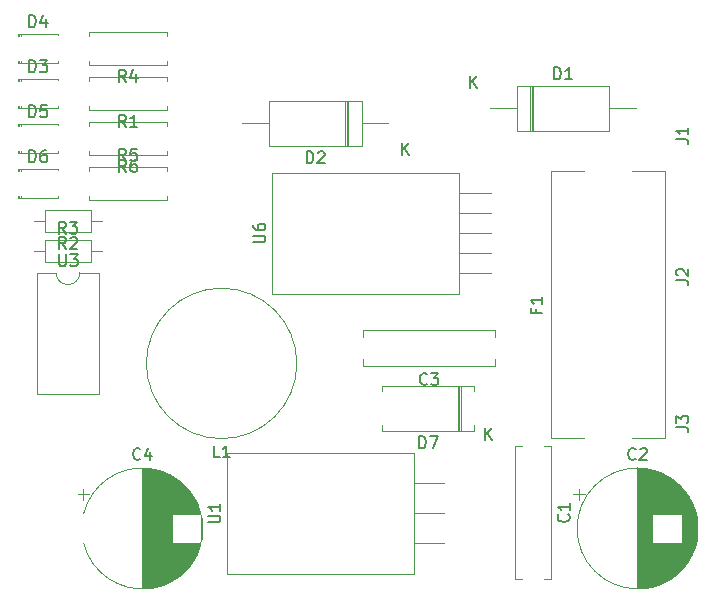
<source format=gbr>
G04 #@! TF.GenerationSoftware,KiCad,Pcbnew,5.1.5+dfsg1-2build2*
G04 #@! TF.CreationDate,2020-11-02T20:18:05+01:00*
G04 #@! TF.ProjectId,power-supply,706f7765-722d-4737-9570-706c792e6b69,rev?*
G04 #@! TF.SameCoordinates,PX1dac6f8PY1760218*
G04 #@! TF.FileFunction,Legend,Top*
G04 #@! TF.FilePolarity,Positive*
%FSLAX46Y46*%
G04 Gerber Fmt 4.6, Leading zero omitted, Abs format (unit mm)*
G04 Created by KiCad (PCBNEW 5.1.5+dfsg1-2build2) date 2020-11-02 20:18:05*
%MOMM*%
%LPD*%
G04 APERTURE LIST*
%ADD10C,0.120000*%
%ADD11C,0.150000*%
G04 APERTURE END LIST*
D10*
X3370000Y-2550000D02*
X6790000Y-2550000D01*
X3370000Y-5070000D02*
X6790000Y-5070000D01*
X3370000Y-2550000D02*
X3370000Y-2730000D01*
X3370000Y-4890000D02*
X3370000Y-5070000D01*
X6790000Y-2550000D02*
X6790000Y-2715000D01*
X6790000Y-4905000D02*
X6790000Y-5070000D01*
X3490000Y-2550000D02*
X3490000Y-2730000D01*
X3490000Y-4890000D02*
X3490000Y-5070000D01*
X3610000Y-2550000D02*
X3610000Y-2730000D01*
X3610000Y-4890000D02*
X3610000Y-5070000D01*
X3370000Y-6360000D02*
X6790000Y-6360000D01*
X3370000Y-8880000D02*
X6790000Y-8880000D01*
X3370000Y-6360000D02*
X3370000Y-6540000D01*
X3370000Y-8700000D02*
X3370000Y-8880000D01*
X6790000Y-6360000D02*
X6790000Y-6525000D01*
X6790000Y-8715000D02*
X6790000Y-8880000D01*
X3490000Y-6360000D02*
X3490000Y-6540000D01*
X3490000Y-8700000D02*
X3490000Y-8880000D01*
X3610000Y-6360000D02*
X3610000Y-6540000D01*
X3610000Y-8700000D02*
X3610000Y-8880000D01*
X48510000Y-37480000D02*
X48510000Y-48720000D01*
X45470000Y-37480000D02*
X45470000Y-48720000D01*
X48510000Y-37480000D02*
X47915000Y-37480000D01*
X46065000Y-37480000D02*
X45470000Y-37480000D01*
X48510000Y-48720000D02*
X47915000Y-48720000D01*
X46065000Y-48720000D02*
X45470000Y-48720000D01*
X60960000Y-44450000D02*
G75*
G03X60960000Y-44450000I-5120000J0D01*
G01*
X55840000Y-39370000D02*
X55840000Y-49530000D01*
X55880000Y-39370000D02*
X55880000Y-49530000D01*
X55920000Y-39370000D02*
X55920000Y-49530000D01*
X55960000Y-39371000D02*
X55960000Y-49529000D01*
X56000000Y-39372000D02*
X56000000Y-49528000D01*
X56040000Y-39373000D02*
X56040000Y-49527000D01*
X56080000Y-39375000D02*
X56080000Y-49525000D01*
X56120000Y-39377000D02*
X56120000Y-49523000D01*
X56160000Y-39380000D02*
X56160000Y-49520000D01*
X56200000Y-39382000D02*
X56200000Y-49518000D01*
X56240000Y-39385000D02*
X56240000Y-49515000D01*
X56280000Y-39388000D02*
X56280000Y-49512000D01*
X56320000Y-39392000D02*
X56320000Y-49508000D01*
X56360000Y-39396000D02*
X56360000Y-49504000D01*
X56400000Y-39400000D02*
X56400000Y-49500000D01*
X56440000Y-39405000D02*
X56440000Y-49495000D01*
X56480000Y-39410000D02*
X56480000Y-49490000D01*
X56520000Y-39415000D02*
X56520000Y-49485000D01*
X56561000Y-39420000D02*
X56561000Y-49480000D01*
X56601000Y-39426000D02*
X56601000Y-49474000D01*
X56641000Y-39432000D02*
X56641000Y-49468000D01*
X56681000Y-39439000D02*
X56681000Y-49461000D01*
X56721000Y-39446000D02*
X56721000Y-49454000D01*
X56761000Y-39453000D02*
X56761000Y-49447000D01*
X56801000Y-39460000D02*
X56801000Y-49440000D01*
X56841000Y-39468000D02*
X56841000Y-49432000D01*
X56881000Y-39476000D02*
X56881000Y-49424000D01*
X56921000Y-39485000D02*
X56921000Y-49415000D01*
X56961000Y-39494000D02*
X56961000Y-49406000D01*
X57001000Y-39503000D02*
X57001000Y-49397000D01*
X57041000Y-39512000D02*
X57041000Y-49388000D01*
X57081000Y-39522000D02*
X57081000Y-49378000D01*
X57121000Y-39532000D02*
X57121000Y-43209000D01*
X57121000Y-45691000D02*
X57121000Y-49368000D01*
X57161000Y-39543000D02*
X57161000Y-43209000D01*
X57161000Y-45691000D02*
X57161000Y-49357000D01*
X57201000Y-39553000D02*
X57201000Y-43209000D01*
X57201000Y-45691000D02*
X57201000Y-49347000D01*
X57241000Y-39565000D02*
X57241000Y-43209000D01*
X57241000Y-45691000D02*
X57241000Y-49335000D01*
X57281000Y-39576000D02*
X57281000Y-43209000D01*
X57281000Y-45691000D02*
X57281000Y-49324000D01*
X57321000Y-39588000D02*
X57321000Y-43209000D01*
X57321000Y-45691000D02*
X57321000Y-49312000D01*
X57361000Y-39600000D02*
X57361000Y-43209000D01*
X57361000Y-45691000D02*
X57361000Y-49300000D01*
X57401000Y-39613000D02*
X57401000Y-43209000D01*
X57401000Y-45691000D02*
X57401000Y-49287000D01*
X57441000Y-39626000D02*
X57441000Y-43209000D01*
X57441000Y-45691000D02*
X57441000Y-49274000D01*
X57481000Y-39639000D02*
X57481000Y-43209000D01*
X57481000Y-45691000D02*
X57481000Y-49261000D01*
X57521000Y-39653000D02*
X57521000Y-43209000D01*
X57521000Y-45691000D02*
X57521000Y-49247000D01*
X57561000Y-39667000D02*
X57561000Y-43209000D01*
X57561000Y-45691000D02*
X57561000Y-49233000D01*
X57601000Y-39682000D02*
X57601000Y-43209000D01*
X57601000Y-45691000D02*
X57601000Y-49218000D01*
X57641000Y-39696000D02*
X57641000Y-43209000D01*
X57641000Y-45691000D02*
X57641000Y-49204000D01*
X57681000Y-39712000D02*
X57681000Y-43209000D01*
X57681000Y-45691000D02*
X57681000Y-49188000D01*
X57721000Y-39727000D02*
X57721000Y-43209000D01*
X57721000Y-45691000D02*
X57721000Y-49173000D01*
X57761000Y-39743000D02*
X57761000Y-43209000D01*
X57761000Y-45691000D02*
X57761000Y-49157000D01*
X57801000Y-39760000D02*
X57801000Y-43209000D01*
X57801000Y-45691000D02*
X57801000Y-49140000D01*
X57841000Y-39776000D02*
X57841000Y-43209000D01*
X57841000Y-45691000D02*
X57841000Y-49124000D01*
X57881000Y-39793000D02*
X57881000Y-43209000D01*
X57881000Y-45691000D02*
X57881000Y-49107000D01*
X57921000Y-39811000D02*
X57921000Y-43209000D01*
X57921000Y-45691000D02*
X57921000Y-49089000D01*
X57961000Y-39829000D02*
X57961000Y-43209000D01*
X57961000Y-45691000D02*
X57961000Y-49071000D01*
X58001000Y-39847000D02*
X58001000Y-43209000D01*
X58001000Y-45691000D02*
X58001000Y-49053000D01*
X58041000Y-39866000D02*
X58041000Y-43209000D01*
X58041000Y-45691000D02*
X58041000Y-49034000D01*
X58081000Y-39886000D02*
X58081000Y-43209000D01*
X58081000Y-45691000D02*
X58081000Y-49014000D01*
X58121000Y-39905000D02*
X58121000Y-43209000D01*
X58121000Y-45691000D02*
X58121000Y-48995000D01*
X58161000Y-39925000D02*
X58161000Y-43209000D01*
X58161000Y-45691000D02*
X58161000Y-48975000D01*
X58201000Y-39946000D02*
X58201000Y-43209000D01*
X58201000Y-45691000D02*
X58201000Y-48954000D01*
X58241000Y-39967000D02*
X58241000Y-43209000D01*
X58241000Y-45691000D02*
X58241000Y-48933000D01*
X58281000Y-39988000D02*
X58281000Y-43209000D01*
X58281000Y-45691000D02*
X58281000Y-48912000D01*
X58321000Y-40010000D02*
X58321000Y-43209000D01*
X58321000Y-45691000D02*
X58321000Y-48890000D01*
X58361000Y-40033000D02*
X58361000Y-43209000D01*
X58361000Y-45691000D02*
X58361000Y-48867000D01*
X58401000Y-40055000D02*
X58401000Y-43209000D01*
X58401000Y-45691000D02*
X58401000Y-48845000D01*
X58441000Y-40079000D02*
X58441000Y-43209000D01*
X58441000Y-45691000D02*
X58441000Y-48821000D01*
X58481000Y-40103000D02*
X58481000Y-43209000D01*
X58481000Y-45691000D02*
X58481000Y-48797000D01*
X58521000Y-40127000D02*
X58521000Y-43209000D01*
X58521000Y-45691000D02*
X58521000Y-48773000D01*
X58561000Y-40152000D02*
X58561000Y-43209000D01*
X58561000Y-45691000D02*
X58561000Y-48748000D01*
X58601000Y-40177000D02*
X58601000Y-43209000D01*
X58601000Y-45691000D02*
X58601000Y-48723000D01*
X58641000Y-40203000D02*
X58641000Y-43209000D01*
X58641000Y-45691000D02*
X58641000Y-48697000D01*
X58681000Y-40229000D02*
X58681000Y-43209000D01*
X58681000Y-45691000D02*
X58681000Y-48671000D01*
X58721000Y-40256000D02*
X58721000Y-43209000D01*
X58721000Y-45691000D02*
X58721000Y-48644000D01*
X58761000Y-40284000D02*
X58761000Y-43209000D01*
X58761000Y-45691000D02*
X58761000Y-48616000D01*
X58801000Y-40312000D02*
X58801000Y-43209000D01*
X58801000Y-45691000D02*
X58801000Y-48588000D01*
X58841000Y-40340000D02*
X58841000Y-43209000D01*
X58841000Y-45691000D02*
X58841000Y-48560000D01*
X58881000Y-40370000D02*
X58881000Y-43209000D01*
X58881000Y-45691000D02*
X58881000Y-48530000D01*
X58921000Y-40400000D02*
X58921000Y-43209000D01*
X58921000Y-45691000D02*
X58921000Y-48500000D01*
X58961000Y-40430000D02*
X58961000Y-43209000D01*
X58961000Y-45691000D02*
X58961000Y-48470000D01*
X59001000Y-40461000D02*
X59001000Y-43209000D01*
X59001000Y-45691000D02*
X59001000Y-48439000D01*
X59041000Y-40493000D02*
X59041000Y-43209000D01*
X59041000Y-45691000D02*
X59041000Y-48407000D01*
X59081000Y-40525000D02*
X59081000Y-43209000D01*
X59081000Y-45691000D02*
X59081000Y-48375000D01*
X59121000Y-40558000D02*
X59121000Y-43209000D01*
X59121000Y-45691000D02*
X59121000Y-48342000D01*
X59161000Y-40592000D02*
X59161000Y-43209000D01*
X59161000Y-45691000D02*
X59161000Y-48308000D01*
X59201000Y-40626000D02*
X59201000Y-43209000D01*
X59201000Y-45691000D02*
X59201000Y-48274000D01*
X59241000Y-40661000D02*
X59241000Y-43209000D01*
X59241000Y-45691000D02*
X59241000Y-48239000D01*
X59281000Y-40697000D02*
X59281000Y-43209000D01*
X59281000Y-45691000D02*
X59281000Y-48203000D01*
X59321000Y-40734000D02*
X59321000Y-43209000D01*
X59321000Y-45691000D02*
X59321000Y-48166000D01*
X59361000Y-40771000D02*
X59361000Y-43209000D01*
X59361000Y-45691000D02*
X59361000Y-48129000D01*
X59401000Y-40810000D02*
X59401000Y-43209000D01*
X59401000Y-45691000D02*
X59401000Y-48090000D01*
X59441000Y-40849000D02*
X59441000Y-43209000D01*
X59441000Y-45691000D02*
X59441000Y-48051000D01*
X59481000Y-40889000D02*
X59481000Y-43209000D01*
X59481000Y-45691000D02*
X59481000Y-48011000D01*
X59521000Y-40930000D02*
X59521000Y-43209000D01*
X59521000Y-45691000D02*
X59521000Y-47970000D01*
X59561000Y-40972000D02*
X59561000Y-43209000D01*
X59561000Y-45691000D02*
X59561000Y-47928000D01*
X59601000Y-41014000D02*
X59601000Y-47886000D01*
X59641000Y-41058000D02*
X59641000Y-47842000D01*
X59681000Y-41103000D02*
X59681000Y-47797000D01*
X59721000Y-41149000D02*
X59721000Y-47751000D01*
X59761000Y-41196000D02*
X59761000Y-47704000D01*
X59801000Y-41244000D02*
X59801000Y-47656000D01*
X59841000Y-41294000D02*
X59841000Y-47606000D01*
X59881000Y-41344000D02*
X59881000Y-47556000D01*
X59921000Y-41396000D02*
X59921000Y-47504000D01*
X59961000Y-41450000D02*
X59961000Y-47450000D01*
X60001000Y-41505000D02*
X60001000Y-47395000D01*
X60041000Y-41561000D02*
X60041000Y-47339000D01*
X60081000Y-41620000D02*
X60081000Y-47280000D01*
X60121000Y-41680000D02*
X60121000Y-47220000D01*
X60161000Y-41741000D02*
X60161000Y-47159000D01*
X60201000Y-41805000D02*
X60201000Y-47095000D01*
X60241000Y-41871000D02*
X60241000Y-47029000D01*
X60281000Y-41940000D02*
X60281000Y-46960000D01*
X60321000Y-42011000D02*
X60321000Y-46889000D01*
X60361000Y-42085000D02*
X60361000Y-46815000D01*
X60401000Y-42161000D02*
X60401000Y-46739000D01*
X60441000Y-42241000D02*
X60441000Y-46659000D01*
X60481000Y-42325000D02*
X60481000Y-46575000D01*
X60521000Y-42413000D02*
X60521000Y-46487000D01*
X60561000Y-42506000D02*
X60561000Y-46394000D01*
X60601000Y-42604000D02*
X60601000Y-46296000D01*
X60641000Y-42708000D02*
X60641000Y-46192000D01*
X60681000Y-42820000D02*
X60681000Y-46080000D01*
X60721000Y-42940000D02*
X60721000Y-45960000D01*
X60761000Y-43072000D02*
X60761000Y-45828000D01*
X60801000Y-43220000D02*
X60801000Y-45680000D01*
X60841000Y-43388000D02*
X60841000Y-45512000D01*
X60881000Y-43588000D02*
X60881000Y-45312000D01*
X60921000Y-43851000D02*
X60921000Y-45049000D01*
X50360354Y-41575000D02*
X51360354Y-41575000D01*
X50860354Y-41075000D02*
X50860354Y-42075000D01*
X32560000Y-28285000D02*
X32560000Y-27690000D01*
X32560000Y-30730000D02*
X32560000Y-30135000D01*
X43800000Y-28285000D02*
X43800000Y-27690000D01*
X43800000Y-30730000D02*
X43800000Y-30135000D01*
X43800000Y-27690000D02*
X32560000Y-27690000D01*
X43800000Y-30730000D02*
X32560000Y-30730000D01*
X8947460Y-45710000D02*
G75*
G03X8947460Y-43190000I4962540J1260000D01*
G01*
X13910000Y-39370000D02*
X13910000Y-49530000D01*
X13950000Y-39370000D02*
X13950000Y-49530000D01*
X13990000Y-39370000D02*
X13990000Y-49530000D01*
X14030000Y-39371000D02*
X14030000Y-49529000D01*
X14070000Y-39372000D02*
X14070000Y-49528000D01*
X14110000Y-39373000D02*
X14110000Y-49527000D01*
X14150000Y-39375000D02*
X14150000Y-49525000D01*
X14190000Y-39377000D02*
X14190000Y-49523000D01*
X14230000Y-39380000D02*
X14230000Y-49520000D01*
X14270000Y-39382000D02*
X14270000Y-49518000D01*
X14310000Y-39385000D02*
X14310000Y-49515000D01*
X14350000Y-39388000D02*
X14350000Y-49512000D01*
X14390000Y-39392000D02*
X14390000Y-49508000D01*
X14430000Y-39396000D02*
X14430000Y-49504000D01*
X14470000Y-39400000D02*
X14470000Y-49500000D01*
X14510000Y-39405000D02*
X14510000Y-49495000D01*
X14550000Y-39410000D02*
X14550000Y-49490000D01*
X14590000Y-39415000D02*
X14590000Y-49485000D01*
X14631000Y-39420000D02*
X14631000Y-49480000D01*
X14671000Y-39426000D02*
X14671000Y-49474000D01*
X14711000Y-39432000D02*
X14711000Y-49468000D01*
X14751000Y-39439000D02*
X14751000Y-49461000D01*
X14791000Y-39446000D02*
X14791000Y-49454000D01*
X14831000Y-39453000D02*
X14831000Y-49447000D01*
X14871000Y-39460000D02*
X14871000Y-49440000D01*
X14911000Y-39468000D02*
X14911000Y-49432000D01*
X14951000Y-39476000D02*
X14951000Y-49424000D01*
X14991000Y-39485000D02*
X14991000Y-49415000D01*
X15031000Y-39494000D02*
X15031000Y-49406000D01*
X15071000Y-39503000D02*
X15071000Y-49397000D01*
X15111000Y-39512000D02*
X15111000Y-49388000D01*
X15151000Y-39522000D02*
X15151000Y-49378000D01*
X15191000Y-39532000D02*
X15191000Y-49368000D01*
X15231000Y-39543000D02*
X15231000Y-49357000D01*
X15271000Y-39553000D02*
X15271000Y-49347000D01*
X15311000Y-39565000D02*
X15311000Y-49335000D01*
X15351000Y-39576000D02*
X15351000Y-49324000D01*
X15391000Y-39588000D02*
X15391000Y-49312000D01*
X15431000Y-39600000D02*
X15431000Y-49300000D01*
X15471000Y-39613000D02*
X15471000Y-49287000D01*
X15511000Y-39626000D02*
X15511000Y-49274000D01*
X15551000Y-39639000D02*
X15551000Y-49261000D01*
X15591000Y-39653000D02*
X15591000Y-49247000D01*
X15631000Y-39667000D02*
X15631000Y-49233000D01*
X15671000Y-39682000D02*
X15671000Y-49218000D01*
X15711000Y-39696000D02*
X15711000Y-49204000D01*
X15751000Y-39712000D02*
X15751000Y-49188000D01*
X15791000Y-39727000D02*
X15791000Y-49173000D01*
X15831000Y-39743000D02*
X15831000Y-49157000D01*
X15871000Y-39760000D02*
X15871000Y-49140000D01*
X15911000Y-39776000D02*
X15911000Y-49124000D01*
X15951000Y-39793000D02*
X15951000Y-49107000D01*
X15991000Y-39811000D02*
X15991000Y-49089000D01*
X16031000Y-39829000D02*
X16031000Y-49071000D01*
X16071000Y-39847000D02*
X16071000Y-49053000D01*
X16111000Y-39866000D02*
X16111000Y-49034000D01*
X16151000Y-39886000D02*
X16151000Y-49014000D01*
X16191000Y-39905000D02*
X16191000Y-48995000D01*
X16231000Y-39925000D02*
X16231000Y-48975000D01*
X16271000Y-39946000D02*
X16271000Y-48954000D01*
X16311000Y-39967000D02*
X16311000Y-48933000D01*
X16351000Y-39988000D02*
X16351000Y-48912000D01*
X16391000Y-40010000D02*
X16391000Y-48890000D01*
X16431000Y-40033000D02*
X16431000Y-43209000D01*
X16431000Y-45691000D02*
X16431000Y-48867000D01*
X16471000Y-40055000D02*
X16471000Y-43209000D01*
X16471000Y-45691000D02*
X16471000Y-48845000D01*
X16511000Y-40079000D02*
X16511000Y-43209000D01*
X16511000Y-45691000D02*
X16511000Y-48821000D01*
X16551000Y-40103000D02*
X16551000Y-43209000D01*
X16551000Y-45691000D02*
X16551000Y-48797000D01*
X16591000Y-40127000D02*
X16591000Y-43209000D01*
X16591000Y-45691000D02*
X16591000Y-48773000D01*
X16631000Y-40152000D02*
X16631000Y-43209000D01*
X16631000Y-45691000D02*
X16631000Y-48748000D01*
X16671000Y-40177000D02*
X16671000Y-43209000D01*
X16671000Y-45691000D02*
X16671000Y-48723000D01*
X16711000Y-40203000D02*
X16711000Y-43209000D01*
X16711000Y-45691000D02*
X16711000Y-48697000D01*
X16751000Y-40229000D02*
X16751000Y-43209000D01*
X16751000Y-45691000D02*
X16751000Y-48671000D01*
X16791000Y-40256000D02*
X16791000Y-43209000D01*
X16791000Y-45691000D02*
X16791000Y-48644000D01*
X16831000Y-40284000D02*
X16831000Y-43209000D01*
X16831000Y-45691000D02*
X16831000Y-48616000D01*
X16871000Y-40312000D02*
X16871000Y-43209000D01*
X16871000Y-45691000D02*
X16871000Y-48588000D01*
X16911000Y-40340000D02*
X16911000Y-43209000D01*
X16911000Y-45691000D02*
X16911000Y-48560000D01*
X16951000Y-40370000D02*
X16951000Y-43209000D01*
X16951000Y-45691000D02*
X16951000Y-48530000D01*
X16991000Y-40400000D02*
X16991000Y-43209000D01*
X16991000Y-45691000D02*
X16991000Y-48500000D01*
X17031000Y-40430000D02*
X17031000Y-43209000D01*
X17031000Y-45691000D02*
X17031000Y-48470000D01*
X17071000Y-40461000D02*
X17071000Y-43209000D01*
X17071000Y-45691000D02*
X17071000Y-48439000D01*
X17111000Y-40493000D02*
X17111000Y-43209000D01*
X17111000Y-45691000D02*
X17111000Y-48407000D01*
X17151000Y-40525000D02*
X17151000Y-43209000D01*
X17151000Y-45691000D02*
X17151000Y-48375000D01*
X17191000Y-40558000D02*
X17191000Y-43209000D01*
X17191000Y-45691000D02*
X17191000Y-48342000D01*
X17231000Y-40592000D02*
X17231000Y-43209000D01*
X17231000Y-45691000D02*
X17231000Y-48308000D01*
X17271000Y-40626000D02*
X17271000Y-43209000D01*
X17271000Y-45691000D02*
X17271000Y-48274000D01*
X17311000Y-40661000D02*
X17311000Y-43209000D01*
X17311000Y-45691000D02*
X17311000Y-48239000D01*
X17351000Y-40697000D02*
X17351000Y-43209000D01*
X17351000Y-45691000D02*
X17351000Y-48203000D01*
X17391000Y-40734000D02*
X17391000Y-43209000D01*
X17391000Y-45691000D02*
X17391000Y-48166000D01*
X17431000Y-40771000D02*
X17431000Y-43209000D01*
X17431000Y-45691000D02*
X17431000Y-48129000D01*
X17471000Y-40810000D02*
X17471000Y-43209000D01*
X17471000Y-45691000D02*
X17471000Y-48090000D01*
X17511000Y-40849000D02*
X17511000Y-43209000D01*
X17511000Y-45691000D02*
X17511000Y-48051000D01*
X17551000Y-40889000D02*
X17551000Y-43209000D01*
X17551000Y-45691000D02*
X17551000Y-48011000D01*
X17591000Y-40930000D02*
X17591000Y-43209000D01*
X17591000Y-45691000D02*
X17591000Y-47970000D01*
X17631000Y-40972000D02*
X17631000Y-43209000D01*
X17631000Y-45691000D02*
X17631000Y-47928000D01*
X17671000Y-41014000D02*
X17671000Y-43209000D01*
X17671000Y-45691000D02*
X17671000Y-47886000D01*
X17711000Y-41058000D02*
X17711000Y-43209000D01*
X17711000Y-45691000D02*
X17711000Y-47842000D01*
X17751000Y-41103000D02*
X17751000Y-43209000D01*
X17751000Y-45691000D02*
X17751000Y-47797000D01*
X17791000Y-41149000D02*
X17791000Y-43209000D01*
X17791000Y-45691000D02*
X17791000Y-47751000D01*
X17831000Y-41196000D02*
X17831000Y-43209000D01*
X17831000Y-45691000D02*
X17831000Y-47704000D01*
X17871000Y-41244000D02*
X17871000Y-43209000D01*
X17871000Y-45691000D02*
X17871000Y-47656000D01*
X17911000Y-41294000D02*
X17911000Y-43209000D01*
X17911000Y-45691000D02*
X17911000Y-47606000D01*
X17951000Y-41344000D02*
X17951000Y-43209000D01*
X17951000Y-45691000D02*
X17951000Y-47556000D01*
X17991000Y-41396000D02*
X17991000Y-43209000D01*
X17991000Y-45691000D02*
X17991000Y-47504000D01*
X18031000Y-41450000D02*
X18031000Y-43209000D01*
X18031000Y-45691000D02*
X18031000Y-47450000D01*
X18071000Y-41505000D02*
X18071000Y-43209000D01*
X18071000Y-45691000D02*
X18071000Y-47395000D01*
X18111000Y-41561000D02*
X18111000Y-43209000D01*
X18111000Y-45691000D02*
X18111000Y-47339000D01*
X18151000Y-41620000D02*
X18151000Y-43209000D01*
X18151000Y-45691000D02*
X18151000Y-47280000D01*
X18191000Y-41680000D02*
X18191000Y-43209000D01*
X18191000Y-45691000D02*
X18191000Y-47220000D01*
X18231000Y-41741000D02*
X18231000Y-43209000D01*
X18231000Y-45691000D02*
X18231000Y-47159000D01*
X18271000Y-41805000D02*
X18271000Y-43209000D01*
X18271000Y-45691000D02*
X18271000Y-47095000D01*
X18311000Y-41871000D02*
X18311000Y-43209000D01*
X18311000Y-45691000D02*
X18311000Y-47029000D01*
X18351000Y-41940000D02*
X18351000Y-43209000D01*
X18351000Y-45691000D02*
X18351000Y-46960000D01*
X18391000Y-42011000D02*
X18391000Y-43209000D01*
X18391000Y-45691000D02*
X18391000Y-46889000D01*
X18431000Y-42085000D02*
X18431000Y-43209000D01*
X18431000Y-45691000D02*
X18431000Y-46815000D01*
X18471000Y-42161000D02*
X18471000Y-43209000D01*
X18471000Y-45691000D02*
X18471000Y-46739000D01*
X18511000Y-42241000D02*
X18511000Y-43209000D01*
X18511000Y-45691000D02*
X18511000Y-46659000D01*
X18551000Y-42325000D02*
X18551000Y-43209000D01*
X18551000Y-45691000D02*
X18551000Y-46575000D01*
X18591000Y-42413000D02*
X18591000Y-43209000D01*
X18591000Y-45691000D02*
X18591000Y-46487000D01*
X18631000Y-42506000D02*
X18631000Y-43209000D01*
X18631000Y-45691000D02*
X18631000Y-46394000D01*
X18671000Y-42604000D02*
X18671000Y-43209000D01*
X18671000Y-45691000D02*
X18671000Y-46296000D01*
X18711000Y-42708000D02*
X18711000Y-43209000D01*
X18711000Y-45691000D02*
X18711000Y-46192000D01*
X18751000Y-42820000D02*
X18751000Y-43209000D01*
X18751000Y-45691000D02*
X18751000Y-46080000D01*
X18791000Y-42940000D02*
X18791000Y-43209000D01*
X18791000Y-45691000D02*
X18791000Y-45960000D01*
X18831000Y-43072000D02*
X18831000Y-43209000D01*
X18831000Y-45691000D02*
X18831000Y-45828000D01*
X18911000Y-43388000D02*
X18911000Y-45512000D01*
X18951000Y-43588000D02*
X18951000Y-45312000D01*
X18991000Y-43851000D02*
X18991000Y-45049000D01*
X8430354Y-41575000D02*
X9430354Y-41575000D01*
X8930354Y-41075000D02*
X8930354Y-42075000D01*
X46750000Y-6970000D02*
X46750000Y-10810000D01*
X46990000Y-6970000D02*
X46990000Y-10810000D01*
X46870000Y-6970000D02*
X46870000Y-10810000D01*
X55710000Y-8890000D02*
X53450000Y-8890000D01*
X43350000Y-8890000D02*
X45610000Y-8890000D01*
X53450000Y-6970000D02*
X45610000Y-6970000D01*
X53450000Y-10810000D02*
X53450000Y-6970000D01*
X45610000Y-10810000D02*
X53450000Y-10810000D01*
X45610000Y-6970000D02*
X45610000Y-10810000D01*
X32495000Y-12080000D02*
X32495000Y-8240000D01*
X32495000Y-8240000D02*
X24655000Y-8240000D01*
X24655000Y-8240000D02*
X24655000Y-12080000D01*
X24655000Y-12080000D02*
X32495000Y-12080000D01*
X34755000Y-10160000D02*
X32495000Y-10160000D01*
X22395000Y-10160000D02*
X24655000Y-10160000D01*
X31235000Y-12080000D02*
X31235000Y-8240000D01*
X31115000Y-12080000D02*
X31115000Y-8240000D01*
X31355000Y-12080000D02*
X31355000Y-8240000D01*
X3610000Y-12510000D02*
X3610000Y-12690000D01*
X3610000Y-10170000D02*
X3610000Y-10350000D01*
X3490000Y-12510000D02*
X3490000Y-12690000D01*
X3490000Y-10170000D02*
X3490000Y-10350000D01*
X6790000Y-12525000D02*
X6790000Y-12690000D01*
X6790000Y-10170000D02*
X6790000Y-10335000D01*
X3370000Y-12510000D02*
X3370000Y-12690000D01*
X3370000Y-10170000D02*
X3370000Y-10350000D01*
X3370000Y-12690000D02*
X6790000Y-12690000D01*
X3370000Y-10170000D02*
X6790000Y-10170000D01*
X3610000Y-16320000D02*
X3610000Y-16500000D01*
X3610000Y-13980000D02*
X3610000Y-14160000D01*
X3490000Y-16320000D02*
X3490000Y-16500000D01*
X3490000Y-13980000D02*
X3490000Y-14160000D01*
X6790000Y-16335000D02*
X6790000Y-16500000D01*
X6790000Y-13980000D02*
X6790000Y-14145000D01*
X3370000Y-16320000D02*
X3370000Y-16500000D01*
X3370000Y-13980000D02*
X3370000Y-14160000D01*
X3370000Y-16500000D02*
X6790000Y-16500000D01*
X3370000Y-13980000D02*
X6790000Y-13980000D01*
X42020000Y-35730000D02*
X42020000Y-36210000D01*
X42020000Y-36210000D02*
X34180000Y-36210000D01*
X34180000Y-36210000D02*
X34180000Y-35730000D01*
X42020000Y-32850000D02*
X42020000Y-32370000D01*
X42020000Y-32370000D02*
X34180000Y-32370000D01*
X34180000Y-32370000D02*
X34180000Y-32850000D01*
X40760000Y-36210000D02*
X40760000Y-32370000D01*
X40640000Y-36210000D02*
X40640000Y-32370000D01*
X40880000Y-36210000D02*
X40880000Y-32370000D01*
X58140000Y-14230000D02*
X55340000Y-14230000D01*
X51340000Y-14230000D02*
X48540000Y-14230000D01*
X51340000Y-36830000D02*
X48540000Y-36830000D01*
X48540000Y-36830000D02*
X48540000Y-14230000D01*
X58140000Y-36830000D02*
X58140000Y-14230000D01*
X58140000Y-36830000D02*
X55340000Y-36830000D01*
X27000000Y-30480000D02*
G75*
G03X27000000Y-30480000I-6370000J0D01*
G01*
X8620000Y-22800000D02*
G75*
G02X6620000Y-22800000I-1000000J0D01*
G01*
X6620000Y-22800000D02*
X4970000Y-22800000D01*
X4970000Y-22800000D02*
X4970000Y-33080000D01*
X4970000Y-33080000D02*
X10270000Y-33080000D01*
X10270000Y-33080000D02*
X10270000Y-22800000D01*
X10270000Y-22800000D02*
X8620000Y-22800000D01*
X36950000Y-48300000D02*
X36950000Y-38060000D01*
X21060000Y-48300000D02*
X21060000Y-38060000D01*
X21060000Y-48300000D02*
X36950000Y-48300000D01*
X21060000Y-38060000D02*
X36950000Y-38060000D01*
X36950000Y-45720000D02*
X39490000Y-45720000D01*
X36950000Y-43180000D02*
X39490000Y-43180000D01*
X36950000Y-40640000D02*
X39490000Y-40640000D01*
X40760000Y-24581000D02*
X40760000Y-14340000D01*
X24870000Y-24581000D02*
X24870000Y-14340000D01*
X24870000Y-24581000D02*
X40760000Y-24581000D01*
X24870000Y-14340000D02*
X40760000Y-14340000D01*
X40760000Y-22860000D02*
X43400000Y-22860000D01*
X40760000Y-21160000D02*
X43400000Y-21160000D01*
X40760000Y-19460000D02*
X43400000Y-19460000D01*
X40760000Y-17760000D02*
X43400000Y-17760000D01*
X40760000Y-16060000D02*
X43400000Y-16060000D01*
X9430000Y-6250000D02*
X9430000Y-6580000D01*
X15970000Y-6250000D02*
X9430000Y-6250000D01*
X15970000Y-6580000D02*
X15970000Y-6250000D01*
X9430000Y-8990000D02*
X9430000Y-8660000D01*
X15970000Y-8990000D02*
X9430000Y-8990000D01*
X15970000Y-8660000D02*
X15970000Y-8990000D01*
X9430000Y-2440000D02*
X9430000Y-2770000D01*
X15970000Y-2440000D02*
X9430000Y-2440000D01*
X15970000Y-2770000D02*
X15970000Y-2440000D01*
X9430000Y-5180000D02*
X9430000Y-4850000D01*
X15970000Y-5180000D02*
X9430000Y-5180000D01*
X15970000Y-4850000D02*
X15970000Y-5180000D01*
X9430000Y-14200000D02*
X9430000Y-13870000D01*
X9430000Y-13870000D02*
X15970000Y-13870000D01*
X15970000Y-13870000D02*
X15970000Y-14200000D01*
X9430000Y-16280000D02*
X9430000Y-16610000D01*
X9430000Y-16610000D02*
X15970000Y-16610000D01*
X15970000Y-16610000D02*
X15970000Y-16280000D01*
X15970000Y-12470000D02*
X15970000Y-12800000D01*
X15970000Y-12800000D02*
X9430000Y-12800000D01*
X9430000Y-12800000D02*
X9430000Y-12470000D01*
X15970000Y-10390000D02*
X15970000Y-10060000D01*
X15970000Y-10060000D02*
X9430000Y-10060000D01*
X9430000Y-10060000D02*
X9430000Y-10390000D01*
X4750000Y-18415000D02*
X5700000Y-18415000D01*
X10490000Y-18415000D02*
X9540000Y-18415000D01*
X5700000Y-19335000D02*
X9540000Y-19335000D01*
X5700000Y-17495000D02*
X5700000Y-19335000D01*
X9540000Y-17495000D02*
X5700000Y-17495000D01*
X9540000Y-19335000D02*
X9540000Y-17495000D01*
X5700000Y-20035000D02*
X5700000Y-21875000D01*
X5700000Y-21875000D02*
X9540000Y-21875000D01*
X9540000Y-21875000D02*
X9540000Y-20035000D01*
X9540000Y-20035000D02*
X5700000Y-20035000D01*
X4750000Y-20955000D02*
X5700000Y-20955000D01*
X10490000Y-20955000D02*
X9540000Y-20955000D01*
D11*
X4341904Y-2002380D02*
X4341904Y-1002380D01*
X4580000Y-1002380D01*
X4722857Y-1050000D01*
X4818095Y-1145238D01*
X4865714Y-1240476D01*
X4913333Y-1430952D01*
X4913333Y-1573809D01*
X4865714Y-1764285D01*
X4818095Y-1859523D01*
X4722857Y-1954761D01*
X4580000Y-2002380D01*
X4341904Y-2002380D01*
X5770476Y-1335714D02*
X5770476Y-2002380D01*
X5532380Y-954761D02*
X5294285Y-1669047D01*
X5913333Y-1669047D01*
X4341904Y-5812380D02*
X4341904Y-4812380D01*
X4580000Y-4812380D01*
X4722857Y-4860000D01*
X4818095Y-4955238D01*
X4865714Y-5050476D01*
X4913333Y-5240952D01*
X4913333Y-5383809D01*
X4865714Y-5574285D01*
X4818095Y-5669523D01*
X4722857Y-5764761D01*
X4580000Y-5812380D01*
X4341904Y-5812380D01*
X5246666Y-4812380D02*
X5865714Y-4812380D01*
X5532380Y-5193333D01*
X5675238Y-5193333D01*
X5770476Y-5240952D01*
X5818095Y-5288571D01*
X5865714Y-5383809D01*
X5865714Y-5621904D01*
X5818095Y-5717142D01*
X5770476Y-5764761D01*
X5675238Y-5812380D01*
X5389523Y-5812380D01*
X5294285Y-5764761D01*
X5246666Y-5717142D01*
X49997142Y-43266666D02*
X50044761Y-43314285D01*
X50092380Y-43457142D01*
X50092380Y-43552380D01*
X50044761Y-43695238D01*
X49949523Y-43790476D01*
X49854285Y-43838095D01*
X49663809Y-43885714D01*
X49520952Y-43885714D01*
X49330476Y-43838095D01*
X49235238Y-43790476D01*
X49140000Y-43695238D01*
X49092380Y-43552380D01*
X49092380Y-43457142D01*
X49140000Y-43314285D01*
X49187619Y-43266666D01*
X50092380Y-42314285D02*
X50092380Y-42885714D01*
X50092380Y-42600000D02*
X49092380Y-42600000D01*
X49235238Y-42695238D01*
X49330476Y-42790476D01*
X49378095Y-42885714D01*
X55673333Y-38557142D02*
X55625714Y-38604761D01*
X55482857Y-38652380D01*
X55387619Y-38652380D01*
X55244761Y-38604761D01*
X55149523Y-38509523D01*
X55101904Y-38414285D01*
X55054285Y-38223809D01*
X55054285Y-38080952D01*
X55101904Y-37890476D01*
X55149523Y-37795238D01*
X55244761Y-37700000D01*
X55387619Y-37652380D01*
X55482857Y-37652380D01*
X55625714Y-37700000D01*
X55673333Y-37747619D01*
X56054285Y-37747619D02*
X56101904Y-37700000D01*
X56197142Y-37652380D01*
X56435238Y-37652380D01*
X56530476Y-37700000D01*
X56578095Y-37747619D01*
X56625714Y-37842857D01*
X56625714Y-37938095D01*
X56578095Y-38080952D01*
X56006666Y-38652380D01*
X56625714Y-38652380D01*
X38013333Y-32217142D02*
X37965714Y-32264761D01*
X37822857Y-32312380D01*
X37727619Y-32312380D01*
X37584761Y-32264761D01*
X37489523Y-32169523D01*
X37441904Y-32074285D01*
X37394285Y-31883809D01*
X37394285Y-31740952D01*
X37441904Y-31550476D01*
X37489523Y-31455238D01*
X37584761Y-31360000D01*
X37727619Y-31312380D01*
X37822857Y-31312380D01*
X37965714Y-31360000D01*
X38013333Y-31407619D01*
X38346666Y-31312380D02*
X38965714Y-31312380D01*
X38632380Y-31693333D01*
X38775238Y-31693333D01*
X38870476Y-31740952D01*
X38918095Y-31788571D01*
X38965714Y-31883809D01*
X38965714Y-32121904D01*
X38918095Y-32217142D01*
X38870476Y-32264761D01*
X38775238Y-32312380D01*
X38489523Y-32312380D01*
X38394285Y-32264761D01*
X38346666Y-32217142D01*
X13743333Y-38557142D02*
X13695714Y-38604761D01*
X13552857Y-38652380D01*
X13457619Y-38652380D01*
X13314761Y-38604761D01*
X13219523Y-38509523D01*
X13171904Y-38414285D01*
X13124285Y-38223809D01*
X13124285Y-38080952D01*
X13171904Y-37890476D01*
X13219523Y-37795238D01*
X13314761Y-37700000D01*
X13457619Y-37652380D01*
X13552857Y-37652380D01*
X13695714Y-37700000D01*
X13743333Y-37747619D01*
X14600476Y-37985714D02*
X14600476Y-38652380D01*
X14362380Y-37604761D02*
X14124285Y-38319047D01*
X14743333Y-38319047D01*
X48791904Y-6422380D02*
X48791904Y-5422380D01*
X49030000Y-5422380D01*
X49172857Y-5470000D01*
X49268095Y-5565238D01*
X49315714Y-5660476D01*
X49363333Y-5850952D01*
X49363333Y-5993809D01*
X49315714Y-6184285D01*
X49268095Y-6279523D01*
X49172857Y-6374761D01*
X49030000Y-6422380D01*
X48791904Y-6422380D01*
X50315714Y-6422380D02*
X49744285Y-6422380D01*
X50030000Y-6422380D02*
X50030000Y-5422380D01*
X49934761Y-5565238D01*
X49839523Y-5660476D01*
X49744285Y-5708095D01*
X41648095Y-7142380D02*
X41648095Y-6142380D01*
X42219523Y-7142380D02*
X41790952Y-6570952D01*
X42219523Y-6142380D02*
X41648095Y-6713809D01*
X27836904Y-13532380D02*
X27836904Y-12532380D01*
X28075000Y-12532380D01*
X28217857Y-12580000D01*
X28313095Y-12675238D01*
X28360714Y-12770476D01*
X28408333Y-12960952D01*
X28408333Y-13103809D01*
X28360714Y-13294285D01*
X28313095Y-13389523D01*
X28217857Y-13484761D01*
X28075000Y-13532380D01*
X27836904Y-13532380D01*
X28789285Y-12627619D02*
X28836904Y-12580000D01*
X28932142Y-12532380D01*
X29170238Y-12532380D01*
X29265476Y-12580000D01*
X29313095Y-12627619D01*
X29360714Y-12722857D01*
X29360714Y-12818095D01*
X29313095Y-12960952D01*
X28741666Y-13532380D01*
X29360714Y-13532380D01*
X35933095Y-12812380D02*
X35933095Y-11812380D01*
X36504523Y-12812380D02*
X36075952Y-12240952D01*
X36504523Y-11812380D02*
X35933095Y-12383809D01*
X4341904Y-9622380D02*
X4341904Y-8622380D01*
X4580000Y-8622380D01*
X4722857Y-8670000D01*
X4818095Y-8765238D01*
X4865714Y-8860476D01*
X4913333Y-9050952D01*
X4913333Y-9193809D01*
X4865714Y-9384285D01*
X4818095Y-9479523D01*
X4722857Y-9574761D01*
X4580000Y-9622380D01*
X4341904Y-9622380D01*
X5818095Y-8622380D02*
X5341904Y-8622380D01*
X5294285Y-9098571D01*
X5341904Y-9050952D01*
X5437142Y-9003333D01*
X5675238Y-9003333D01*
X5770476Y-9050952D01*
X5818095Y-9098571D01*
X5865714Y-9193809D01*
X5865714Y-9431904D01*
X5818095Y-9527142D01*
X5770476Y-9574761D01*
X5675238Y-9622380D01*
X5437142Y-9622380D01*
X5341904Y-9574761D01*
X5294285Y-9527142D01*
X4341904Y-13432380D02*
X4341904Y-12432380D01*
X4580000Y-12432380D01*
X4722857Y-12480000D01*
X4818095Y-12575238D01*
X4865714Y-12670476D01*
X4913333Y-12860952D01*
X4913333Y-13003809D01*
X4865714Y-13194285D01*
X4818095Y-13289523D01*
X4722857Y-13384761D01*
X4580000Y-13432380D01*
X4341904Y-13432380D01*
X5770476Y-12432380D02*
X5580000Y-12432380D01*
X5484761Y-12480000D01*
X5437142Y-12527619D01*
X5341904Y-12670476D01*
X5294285Y-12860952D01*
X5294285Y-13241904D01*
X5341904Y-13337142D01*
X5389523Y-13384761D01*
X5484761Y-13432380D01*
X5675238Y-13432380D01*
X5770476Y-13384761D01*
X5818095Y-13337142D01*
X5865714Y-13241904D01*
X5865714Y-13003809D01*
X5818095Y-12908571D01*
X5770476Y-12860952D01*
X5675238Y-12813333D01*
X5484761Y-12813333D01*
X5389523Y-12860952D01*
X5341904Y-12908571D01*
X5294285Y-13003809D01*
X37361904Y-37662380D02*
X37361904Y-36662380D01*
X37600000Y-36662380D01*
X37742857Y-36710000D01*
X37838095Y-36805238D01*
X37885714Y-36900476D01*
X37933333Y-37090952D01*
X37933333Y-37233809D01*
X37885714Y-37424285D01*
X37838095Y-37519523D01*
X37742857Y-37614761D01*
X37600000Y-37662380D01*
X37361904Y-37662380D01*
X38266666Y-36662380D02*
X38933333Y-36662380D01*
X38504761Y-37662380D01*
X42918095Y-36942380D02*
X42918095Y-35942380D01*
X43489523Y-36942380D02*
X43060952Y-36370952D01*
X43489523Y-35942380D02*
X42918095Y-36513809D01*
X47268571Y-25913333D02*
X47268571Y-26246666D01*
X47792380Y-26246666D02*
X46792380Y-26246666D01*
X46792380Y-25770476D01*
X47792380Y-24865714D02*
X47792380Y-25437142D01*
X47792380Y-25151428D02*
X46792380Y-25151428D01*
X46935238Y-25246666D01*
X47030476Y-25341904D01*
X47078095Y-25437142D01*
X59142380Y-11509333D02*
X59856666Y-11509333D01*
X59999523Y-11556952D01*
X60094761Y-11652190D01*
X60142380Y-11795047D01*
X60142380Y-11890285D01*
X60142380Y-10509333D02*
X60142380Y-11080761D01*
X60142380Y-10795047D02*
X59142380Y-10795047D01*
X59285238Y-10890285D01*
X59380476Y-10985523D01*
X59428095Y-11080761D01*
X59142380Y-23447333D02*
X59856666Y-23447333D01*
X59999523Y-23494952D01*
X60094761Y-23590190D01*
X60142380Y-23733047D01*
X60142380Y-23828285D01*
X59237619Y-23018761D02*
X59190000Y-22971142D01*
X59142380Y-22875904D01*
X59142380Y-22637809D01*
X59190000Y-22542571D01*
X59237619Y-22494952D01*
X59332857Y-22447333D01*
X59428095Y-22447333D01*
X59570952Y-22494952D01*
X60142380Y-23066380D01*
X60142380Y-22447333D01*
X59142380Y-35893333D02*
X59856666Y-35893333D01*
X59999523Y-35940952D01*
X60094761Y-36036190D01*
X60142380Y-36179047D01*
X60142380Y-36274285D01*
X59142380Y-35512380D02*
X59142380Y-34893333D01*
X59523333Y-35226666D01*
X59523333Y-35083809D01*
X59570952Y-34988571D01*
X59618571Y-34940952D01*
X59713809Y-34893333D01*
X59951904Y-34893333D01*
X60047142Y-34940952D01*
X60094761Y-34988571D01*
X60142380Y-35083809D01*
X60142380Y-35369523D01*
X60094761Y-35464761D01*
X60047142Y-35512380D01*
X20463333Y-38432380D02*
X19987142Y-38432380D01*
X19987142Y-37432380D01*
X21320476Y-38432380D02*
X20749047Y-38432380D01*
X21034761Y-38432380D02*
X21034761Y-37432380D01*
X20939523Y-37575238D01*
X20844285Y-37670476D01*
X20749047Y-37718095D01*
X6858095Y-21252380D02*
X6858095Y-22061904D01*
X6905714Y-22157142D01*
X6953333Y-22204761D01*
X7048571Y-22252380D01*
X7239047Y-22252380D01*
X7334285Y-22204761D01*
X7381904Y-22157142D01*
X7429523Y-22061904D01*
X7429523Y-21252380D01*
X7810476Y-21252380D02*
X8429523Y-21252380D01*
X8096190Y-21633333D01*
X8239047Y-21633333D01*
X8334285Y-21680952D01*
X8381904Y-21728571D01*
X8429523Y-21823809D01*
X8429523Y-22061904D01*
X8381904Y-22157142D01*
X8334285Y-22204761D01*
X8239047Y-22252380D01*
X7953333Y-22252380D01*
X7858095Y-22204761D01*
X7810476Y-22157142D01*
X19512380Y-43941904D02*
X20321904Y-43941904D01*
X20417142Y-43894285D01*
X20464761Y-43846666D01*
X20512380Y-43751428D01*
X20512380Y-43560952D01*
X20464761Y-43465714D01*
X20417142Y-43418095D01*
X20321904Y-43370476D01*
X19512380Y-43370476D01*
X20512380Y-42370476D02*
X20512380Y-42941904D01*
X20512380Y-42656190D02*
X19512380Y-42656190D01*
X19655238Y-42751428D01*
X19750476Y-42846666D01*
X19798095Y-42941904D01*
X23322380Y-20221904D02*
X24131904Y-20221904D01*
X24227142Y-20174285D01*
X24274761Y-20126666D01*
X24322380Y-20031428D01*
X24322380Y-19840952D01*
X24274761Y-19745714D01*
X24227142Y-19698095D01*
X24131904Y-19650476D01*
X23322380Y-19650476D01*
X23322380Y-18745714D02*
X23322380Y-18936190D01*
X23370000Y-19031428D01*
X23417619Y-19079047D01*
X23560476Y-19174285D01*
X23750952Y-19221904D01*
X24131904Y-19221904D01*
X24227142Y-19174285D01*
X24274761Y-19126666D01*
X24322380Y-19031428D01*
X24322380Y-18840952D01*
X24274761Y-18745714D01*
X24227142Y-18698095D01*
X24131904Y-18650476D01*
X23893809Y-18650476D01*
X23798571Y-18698095D01*
X23750952Y-18745714D01*
X23703333Y-18840952D01*
X23703333Y-19031428D01*
X23750952Y-19126666D01*
X23798571Y-19174285D01*
X23893809Y-19221904D01*
X12533333Y-10442380D02*
X12200000Y-9966190D01*
X11961904Y-10442380D02*
X11961904Y-9442380D01*
X12342857Y-9442380D01*
X12438095Y-9490000D01*
X12485714Y-9537619D01*
X12533333Y-9632857D01*
X12533333Y-9775714D01*
X12485714Y-9870952D01*
X12438095Y-9918571D01*
X12342857Y-9966190D01*
X11961904Y-9966190D01*
X13485714Y-10442380D02*
X12914285Y-10442380D01*
X13200000Y-10442380D02*
X13200000Y-9442380D01*
X13104761Y-9585238D01*
X13009523Y-9680476D01*
X12914285Y-9728095D01*
X12533333Y-6632380D02*
X12200000Y-6156190D01*
X11961904Y-6632380D02*
X11961904Y-5632380D01*
X12342857Y-5632380D01*
X12438095Y-5680000D01*
X12485714Y-5727619D01*
X12533333Y-5822857D01*
X12533333Y-5965714D01*
X12485714Y-6060952D01*
X12438095Y-6108571D01*
X12342857Y-6156190D01*
X11961904Y-6156190D01*
X13390476Y-5965714D02*
X13390476Y-6632380D01*
X13152380Y-5584761D02*
X12914285Y-6299047D01*
X13533333Y-6299047D01*
X12533333Y-13322380D02*
X12200000Y-12846190D01*
X11961904Y-13322380D02*
X11961904Y-12322380D01*
X12342857Y-12322380D01*
X12438095Y-12370000D01*
X12485714Y-12417619D01*
X12533333Y-12512857D01*
X12533333Y-12655714D01*
X12485714Y-12750952D01*
X12438095Y-12798571D01*
X12342857Y-12846190D01*
X11961904Y-12846190D01*
X13438095Y-12322380D02*
X12961904Y-12322380D01*
X12914285Y-12798571D01*
X12961904Y-12750952D01*
X13057142Y-12703333D01*
X13295238Y-12703333D01*
X13390476Y-12750952D01*
X13438095Y-12798571D01*
X13485714Y-12893809D01*
X13485714Y-13131904D01*
X13438095Y-13227142D01*
X13390476Y-13274761D01*
X13295238Y-13322380D01*
X13057142Y-13322380D01*
X12961904Y-13274761D01*
X12914285Y-13227142D01*
X12533333Y-14252380D02*
X12200000Y-13776190D01*
X11961904Y-14252380D02*
X11961904Y-13252380D01*
X12342857Y-13252380D01*
X12438095Y-13300000D01*
X12485714Y-13347619D01*
X12533333Y-13442857D01*
X12533333Y-13585714D01*
X12485714Y-13680952D01*
X12438095Y-13728571D01*
X12342857Y-13776190D01*
X11961904Y-13776190D01*
X13390476Y-13252380D02*
X13200000Y-13252380D01*
X13104761Y-13300000D01*
X13057142Y-13347619D01*
X12961904Y-13490476D01*
X12914285Y-13680952D01*
X12914285Y-14061904D01*
X12961904Y-14157142D01*
X13009523Y-14204761D01*
X13104761Y-14252380D01*
X13295238Y-14252380D01*
X13390476Y-14204761D01*
X13438095Y-14157142D01*
X13485714Y-14061904D01*
X13485714Y-13823809D01*
X13438095Y-13728571D01*
X13390476Y-13680952D01*
X13295238Y-13633333D01*
X13104761Y-13633333D01*
X13009523Y-13680952D01*
X12961904Y-13728571D01*
X12914285Y-13823809D01*
X7453333Y-20787380D02*
X7120000Y-20311190D01*
X6881904Y-20787380D02*
X6881904Y-19787380D01*
X7262857Y-19787380D01*
X7358095Y-19835000D01*
X7405714Y-19882619D01*
X7453333Y-19977857D01*
X7453333Y-20120714D01*
X7405714Y-20215952D01*
X7358095Y-20263571D01*
X7262857Y-20311190D01*
X6881904Y-20311190D01*
X7834285Y-19882619D02*
X7881904Y-19835000D01*
X7977142Y-19787380D01*
X8215238Y-19787380D01*
X8310476Y-19835000D01*
X8358095Y-19882619D01*
X8405714Y-19977857D01*
X8405714Y-20073095D01*
X8358095Y-20215952D01*
X7786666Y-20787380D01*
X8405714Y-20787380D01*
X7453333Y-19487380D02*
X7120000Y-19011190D01*
X6881904Y-19487380D02*
X6881904Y-18487380D01*
X7262857Y-18487380D01*
X7358095Y-18535000D01*
X7405714Y-18582619D01*
X7453333Y-18677857D01*
X7453333Y-18820714D01*
X7405714Y-18915952D01*
X7358095Y-18963571D01*
X7262857Y-19011190D01*
X6881904Y-19011190D01*
X7786666Y-18487380D02*
X8405714Y-18487380D01*
X8072380Y-18868333D01*
X8215238Y-18868333D01*
X8310476Y-18915952D01*
X8358095Y-18963571D01*
X8405714Y-19058809D01*
X8405714Y-19296904D01*
X8358095Y-19392142D01*
X8310476Y-19439761D01*
X8215238Y-19487380D01*
X7929523Y-19487380D01*
X7834285Y-19439761D01*
X7786666Y-19392142D01*
M02*

</source>
